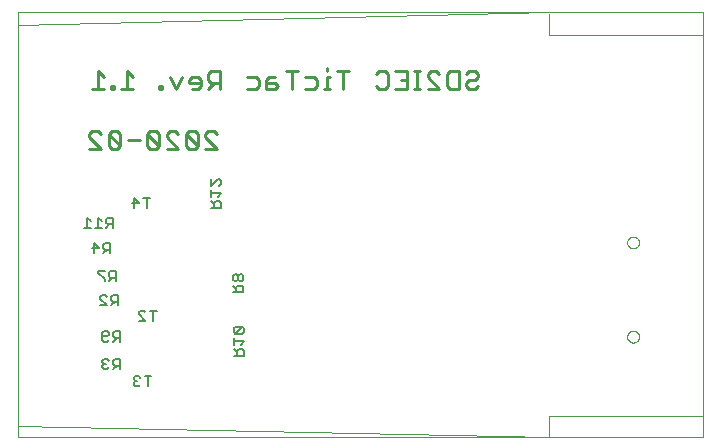
<source format=gbo>
G75*
%MOIN*%
%OFA0B0*%
%FSLAX25Y25*%
%IPPOS*%
%LPD*%
%AMOC8*
5,1,8,0,0,1.08239X$1,22.5*
%
%ADD10C,0.00000*%
%ADD11C,0.00400*%
%ADD12C,0.01100*%
%ADD13C,0.00600*%
D10*
X0001200Y0026800D02*
X0001200Y0168532D01*
X0229546Y0168532D01*
X0229546Y0026800D01*
X0001200Y0026800D01*
X0204349Y0060147D02*
X0204351Y0060235D01*
X0204357Y0060323D01*
X0204367Y0060411D01*
X0204381Y0060499D01*
X0204398Y0060585D01*
X0204420Y0060671D01*
X0204445Y0060755D01*
X0204475Y0060839D01*
X0204507Y0060921D01*
X0204544Y0061001D01*
X0204584Y0061080D01*
X0204628Y0061157D01*
X0204675Y0061232D01*
X0204725Y0061304D01*
X0204779Y0061375D01*
X0204835Y0061442D01*
X0204895Y0061508D01*
X0204957Y0061570D01*
X0205023Y0061630D01*
X0205090Y0061686D01*
X0205161Y0061740D01*
X0205233Y0061790D01*
X0205308Y0061837D01*
X0205385Y0061881D01*
X0205464Y0061921D01*
X0205544Y0061958D01*
X0205626Y0061990D01*
X0205710Y0062020D01*
X0205794Y0062045D01*
X0205880Y0062067D01*
X0205966Y0062084D01*
X0206054Y0062098D01*
X0206142Y0062108D01*
X0206230Y0062114D01*
X0206318Y0062116D01*
X0206406Y0062114D01*
X0206494Y0062108D01*
X0206582Y0062098D01*
X0206670Y0062084D01*
X0206756Y0062067D01*
X0206842Y0062045D01*
X0206926Y0062020D01*
X0207010Y0061990D01*
X0207092Y0061958D01*
X0207172Y0061921D01*
X0207251Y0061881D01*
X0207328Y0061837D01*
X0207403Y0061790D01*
X0207475Y0061740D01*
X0207546Y0061686D01*
X0207613Y0061630D01*
X0207679Y0061570D01*
X0207741Y0061508D01*
X0207801Y0061442D01*
X0207857Y0061375D01*
X0207911Y0061304D01*
X0207961Y0061232D01*
X0208008Y0061157D01*
X0208052Y0061080D01*
X0208092Y0061001D01*
X0208129Y0060921D01*
X0208161Y0060839D01*
X0208191Y0060755D01*
X0208216Y0060671D01*
X0208238Y0060585D01*
X0208255Y0060499D01*
X0208269Y0060411D01*
X0208279Y0060323D01*
X0208285Y0060235D01*
X0208287Y0060147D01*
X0208285Y0060059D01*
X0208279Y0059971D01*
X0208269Y0059883D01*
X0208255Y0059795D01*
X0208238Y0059709D01*
X0208216Y0059623D01*
X0208191Y0059539D01*
X0208161Y0059455D01*
X0208129Y0059373D01*
X0208092Y0059293D01*
X0208052Y0059214D01*
X0208008Y0059137D01*
X0207961Y0059062D01*
X0207911Y0058990D01*
X0207857Y0058919D01*
X0207801Y0058852D01*
X0207741Y0058786D01*
X0207679Y0058724D01*
X0207613Y0058664D01*
X0207546Y0058608D01*
X0207475Y0058554D01*
X0207403Y0058504D01*
X0207328Y0058457D01*
X0207251Y0058413D01*
X0207172Y0058373D01*
X0207092Y0058336D01*
X0207010Y0058304D01*
X0206926Y0058274D01*
X0206842Y0058249D01*
X0206756Y0058227D01*
X0206670Y0058210D01*
X0206582Y0058196D01*
X0206494Y0058186D01*
X0206406Y0058180D01*
X0206318Y0058178D01*
X0206230Y0058180D01*
X0206142Y0058186D01*
X0206054Y0058196D01*
X0205966Y0058210D01*
X0205880Y0058227D01*
X0205794Y0058249D01*
X0205710Y0058274D01*
X0205626Y0058304D01*
X0205544Y0058336D01*
X0205464Y0058373D01*
X0205385Y0058413D01*
X0205308Y0058457D01*
X0205233Y0058504D01*
X0205161Y0058554D01*
X0205090Y0058608D01*
X0205023Y0058664D01*
X0204957Y0058724D01*
X0204895Y0058786D01*
X0204835Y0058852D01*
X0204779Y0058919D01*
X0204725Y0058990D01*
X0204675Y0059062D01*
X0204628Y0059137D01*
X0204584Y0059214D01*
X0204544Y0059293D01*
X0204507Y0059373D01*
X0204475Y0059455D01*
X0204445Y0059539D01*
X0204420Y0059623D01*
X0204398Y0059709D01*
X0204381Y0059795D01*
X0204367Y0059883D01*
X0204357Y0059971D01*
X0204351Y0060059D01*
X0204349Y0060147D01*
X0204349Y0091564D02*
X0204351Y0091652D01*
X0204357Y0091740D01*
X0204367Y0091828D01*
X0204381Y0091916D01*
X0204398Y0092002D01*
X0204420Y0092088D01*
X0204445Y0092172D01*
X0204475Y0092256D01*
X0204507Y0092338D01*
X0204544Y0092418D01*
X0204584Y0092497D01*
X0204628Y0092574D01*
X0204675Y0092649D01*
X0204725Y0092721D01*
X0204779Y0092792D01*
X0204835Y0092859D01*
X0204895Y0092925D01*
X0204957Y0092987D01*
X0205023Y0093047D01*
X0205090Y0093103D01*
X0205161Y0093157D01*
X0205233Y0093207D01*
X0205308Y0093254D01*
X0205385Y0093298D01*
X0205464Y0093338D01*
X0205544Y0093375D01*
X0205626Y0093407D01*
X0205710Y0093437D01*
X0205794Y0093462D01*
X0205880Y0093484D01*
X0205966Y0093501D01*
X0206054Y0093515D01*
X0206142Y0093525D01*
X0206230Y0093531D01*
X0206318Y0093533D01*
X0206406Y0093531D01*
X0206494Y0093525D01*
X0206582Y0093515D01*
X0206670Y0093501D01*
X0206756Y0093484D01*
X0206842Y0093462D01*
X0206926Y0093437D01*
X0207010Y0093407D01*
X0207092Y0093375D01*
X0207172Y0093338D01*
X0207251Y0093298D01*
X0207328Y0093254D01*
X0207403Y0093207D01*
X0207475Y0093157D01*
X0207546Y0093103D01*
X0207613Y0093047D01*
X0207679Y0092987D01*
X0207741Y0092925D01*
X0207801Y0092859D01*
X0207857Y0092792D01*
X0207911Y0092721D01*
X0207961Y0092649D01*
X0208008Y0092574D01*
X0208052Y0092497D01*
X0208092Y0092418D01*
X0208129Y0092338D01*
X0208161Y0092256D01*
X0208191Y0092172D01*
X0208216Y0092088D01*
X0208238Y0092002D01*
X0208255Y0091916D01*
X0208269Y0091828D01*
X0208279Y0091740D01*
X0208285Y0091652D01*
X0208287Y0091564D01*
X0208285Y0091476D01*
X0208279Y0091388D01*
X0208269Y0091300D01*
X0208255Y0091212D01*
X0208238Y0091126D01*
X0208216Y0091040D01*
X0208191Y0090956D01*
X0208161Y0090872D01*
X0208129Y0090790D01*
X0208092Y0090710D01*
X0208052Y0090631D01*
X0208008Y0090554D01*
X0207961Y0090479D01*
X0207911Y0090407D01*
X0207857Y0090336D01*
X0207801Y0090269D01*
X0207741Y0090203D01*
X0207679Y0090141D01*
X0207613Y0090081D01*
X0207546Y0090025D01*
X0207475Y0089971D01*
X0207403Y0089921D01*
X0207328Y0089874D01*
X0207251Y0089830D01*
X0207172Y0089790D01*
X0207092Y0089753D01*
X0207010Y0089721D01*
X0206926Y0089691D01*
X0206842Y0089666D01*
X0206756Y0089644D01*
X0206670Y0089627D01*
X0206582Y0089613D01*
X0206494Y0089603D01*
X0206406Y0089597D01*
X0206318Y0089595D01*
X0206230Y0089597D01*
X0206142Y0089603D01*
X0206054Y0089613D01*
X0205966Y0089627D01*
X0205880Y0089644D01*
X0205794Y0089666D01*
X0205710Y0089691D01*
X0205626Y0089721D01*
X0205544Y0089753D01*
X0205464Y0089790D01*
X0205385Y0089830D01*
X0205308Y0089874D01*
X0205233Y0089921D01*
X0205161Y0089971D01*
X0205090Y0090025D01*
X0205023Y0090081D01*
X0204957Y0090141D01*
X0204895Y0090203D01*
X0204835Y0090269D01*
X0204779Y0090336D01*
X0204725Y0090407D01*
X0204675Y0090479D01*
X0204628Y0090554D01*
X0204584Y0090631D01*
X0204544Y0090710D01*
X0204507Y0090790D01*
X0204475Y0090872D01*
X0204445Y0090956D01*
X0204420Y0091040D01*
X0204398Y0091126D01*
X0204381Y0091212D01*
X0204367Y0091300D01*
X0204357Y0091388D01*
X0204351Y0091476D01*
X0204349Y0091564D01*
D11*
X0229546Y0033690D02*
X0178365Y0033690D01*
X0178365Y0026800D01*
X0001200Y0030343D01*
X0001200Y0030300D02*
X0001200Y0164300D01*
X0001200Y0164202D02*
X0178365Y0168532D01*
X0178365Y0167745D02*
X0178365Y0160658D01*
X0229546Y0160658D01*
X0229546Y0033690D01*
D12*
X0153666Y0142850D02*
X0154650Y0143834D01*
X0153666Y0142850D02*
X0151697Y0142850D01*
X0150713Y0143834D01*
X0150713Y0144818D01*
X0151697Y0145803D01*
X0153666Y0145803D01*
X0154650Y0146787D01*
X0154650Y0147771D01*
X0153666Y0148755D01*
X0151697Y0148755D01*
X0150713Y0147771D01*
X0148205Y0148755D02*
X0145252Y0148755D01*
X0144268Y0147771D01*
X0144268Y0143834D01*
X0145252Y0142850D01*
X0148205Y0142850D01*
X0148205Y0148755D01*
X0141759Y0147771D02*
X0140775Y0148755D01*
X0138806Y0148755D01*
X0137822Y0147771D01*
X0137822Y0146787D01*
X0141759Y0142850D01*
X0137822Y0142850D01*
X0135314Y0142850D02*
X0133345Y0142850D01*
X0134329Y0142850D02*
X0134329Y0148755D01*
X0133345Y0148755D02*
X0135314Y0148755D01*
X0131017Y0148755D02*
X0131017Y0142850D01*
X0127080Y0142850D01*
X0124571Y0143834D02*
X0123587Y0142850D01*
X0121618Y0142850D01*
X0120634Y0143834D01*
X0124571Y0143834D02*
X0124571Y0147771D01*
X0123587Y0148755D01*
X0121618Y0148755D01*
X0120634Y0147771D01*
X0127080Y0148755D02*
X0131017Y0148755D01*
X0131017Y0145803D02*
X0129048Y0145803D01*
X0111680Y0148755D02*
X0107743Y0148755D01*
X0109712Y0148755D02*
X0109712Y0142850D01*
X0105235Y0142850D02*
X0103266Y0142850D01*
X0104250Y0142850D02*
X0104250Y0146787D01*
X0105235Y0146787D01*
X0104250Y0148755D02*
X0104250Y0149739D01*
X0100938Y0145803D02*
X0099953Y0146787D01*
X0097001Y0146787D01*
X0094492Y0148755D02*
X0090555Y0148755D01*
X0092524Y0148755D02*
X0092524Y0142850D01*
X0088047Y0143834D02*
X0087062Y0144818D01*
X0084110Y0144818D01*
X0084110Y0145803D02*
X0084110Y0142850D01*
X0087062Y0142850D01*
X0088047Y0143834D01*
X0087062Y0146787D02*
X0085094Y0146787D01*
X0084110Y0145803D01*
X0081601Y0145803D02*
X0081601Y0143834D01*
X0080617Y0142850D01*
X0077664Y0142850D01*
X0077664Y0146787D02*
X0080617Y0146787D01*
X0081601Y0145803D01*
X0068710Y0144818D02*
X0065758Y0144818D01*
X0064773Y0145803D01*
X0064773Y0147771D01*
X0065758Y0148755D01*
X0068710Y0148755D01*
X0068710Y0142850D01*
X0066742Y0144818D02*
X0064773Y0142850D01*
X0062265Y0143834D02*
X0062265Y0145803D01*
X0061280Y0146787D01*
X0059312Y0146787D01*
X0058328Y0145803D01*
X0058328Y0144818D01*
X0062265Y0144818D01*
X0062265Y0143834D02*
X0061280Y0142850D01*
X0059312Y0142850D01*
X0055819Y0146787D02*
X0053851Y0142850D01*
X0051882Y0146787D01*
X0049374Y0143834D02*
X0048389Y0143834D01*
X0048389Y0142850D01*
X0049374Y0142850D01*
X0049374Y0143834D01*
X0039705Y0142850D02*
X0035769Y0142850D01*
X0037737Y0142850D02*
X0037737Y0148755D01*
X0039705Y0146787D01*
X0033260Y0143834D02*
X0032276Y0143834D01*
X0032276Y0142850D01*
X0033260Y0142850D01*
X0033260Y0143834D01*
X0030037Y0142850D02*
X0026100Y0142850D01*
X0028069Y0142850D02*
X0028069Y0148755D01*
X0030037Y0146787D01*
X0027993Y0128755D02*
X0026024Y0128755D01*
X0025040Y0127771D01*
X0025040Y0126787D01*
X0028977Y0122850D01*
X0025040Y0122850D01*
X0031486Y0123834D02*
X0032470Y0122850D01*
X0034438Y0122850D01*
X0035423Y0123834D01*
X0031486Y0127771D01*
X0031486Y0123834D01*
X0035423Y0123834D02*
X0035423Y0127771D01*
X0034438Y0128755D01*
X0032470Y0128755D01*
X0031486Y0127771D01*
X0028977Y0127771D02*
X0027993Y0128755D01*
X0037931Y0125803D02*
X0041868Y0125803D01*
X0044377Y0127771D02*
X0048314Y0123834D01*
X0047329Y0122850D01*
X0045361Y0122850D01*
X0044377Y0123834D01*
X0044377Y0127771D01*
X0045361Y0128755D01*
X0047329Y0128755D01*
X0048314Y0127771D01*
X0048314Y0123834D01*
X0050822Y0122850D02*
X0054759Y0122850D01*
X0050822Y0126787D01*
X0050822Y0127771D01*
X0051806Y0128755D01*
X0053775Y0128755D01*
X0054759Y0127771D01*
X0057268Y0127771D02*
X0061205Y0123834D01*
X0060220Y0122850D01*
X0058252Y0122850D01*
X0057268Y0123834D01*
X0057268Y0127771D01*
X0058252Y0128755D01*
X0060220Y0128755D01*
X0061205Y0127771D01*
X0061205Y0123834D01*
X0063713Y0122850D02*
X0067650Y0122850D01*
X0063713Y0126787D01*
X0063713Y0127771D01*
X0064697Y0128755D01*
X0066666Y0128755D01*
X0067650Y0127771D01*
X0097001Y0142850D02*
X0099953Y0142850D01*
X0100938Y0143834D01*
X0100938Y0145803D01*
D13*
X0068407Y0112719D02*
X0067839Y0112719D01*
X0065571Y0110451D01*
X0065571Y0112719D01*
X0068407Y0112719D02*
X0068974Y0112152D01*
X0068974Y0111018D01*
X0068407Y0110451D01*
X0068974Y0107902D02*
X0065571Y0107902D01*
X0065571Y0109036D02*
X0065571Y0106767D01*
X0065571Y0105353D02*
X0066705Y0104219D01*
X0066705Y0104786D02*
X0066705Y0103084D01*
X0065571Y0103084D02*
X0068974Y0103084D01*
X0068974Y0104786D01*
X0068407Y0105353D01*
X0067272Y0105353D01*
X0066705Y0104786D01*
X0067839Y0106767D02*
X0068974Y0107902D01*
X0045274Y0106346D02*
X0043006Y0106346D01*
X0044140Y0106346D02*
X0044140Y0102943D01*
X0041591Y0104645D02*
X0039322Y0104645D01*
X0039890Y0106346D02*
X0039890Y0102943D01*
X0041591Y0104645D02*
X0039890Y0106346D01*
X0032863Y0099877D02*
X0031161Y0099877D01*
X0030594Y0099310D01*
X0030594Y0098176D01*
X0031161Y0097608D01*
X0032863Y0097608D01*
X0032863Y0096474D02*
X0032863Y0099877D01*
X0031729Y0097608D02*
X0030594Y0096474D01*
X0029180Y0096474D02*
X0026911Y0096474D01*
X0028045Y0096474D02*
X0028045Y0099877D01*
X0029180Y0098743D01*
X0025497Y0098743D02*
X0024362Y0099877D01*
X0024362Y0096474D01*
X0023228Y0096474D02*
X0025497Y0096474D01*
X0026598Y0091432D02*
X0028300Y0089731D01*
X0026031Y0089731D01*
X0026598Y0088029D02*
X0026598Y0091432D01*
X0029714Y0090865D02*
X0029714Y0089731D01*
X0030281Y0089164D01*
X0031983Y0089164D01*
X0030849Y0089164D02*
X0029714Y0088029D01*
X0031983Y0088029D02*
X0031983Y0091432D01*
X0030281Y0091432D01*
X0029714Y0090865D01*
X0030115Y0082070D02*
X0027846Y0082070D01*
X0027846Y0081503D01*
X0030115Y0079234D01*
X0030115Y0078667D01*
X0031529Y0078667D02*
X0032663Y0079801D01*
X0032096Y0079801D02*
X0033798Y0079801D01*
X0033798Y0078667D02*
X0033798Y0082070D01*
X0032096Y0082070D01*
X0031529Y0081503D01*
X0031529Y0080368D01*
X0032096Y0079801D01*
X0032970Y0074007D02*
X0032403Y0073440D01*
X0032403Y0072305D01*
X0032970Y0071738D01*
X0034672Y0071738D01*
X0034672Y0070604D02*
X0034672Y0074007D01*
X0032970Y0074007D01*
X0030989Y0073440D02*
X0030422Y0074007D01*
X0029287Y0074007D01*
X0028720Y0073440D01*
X0028720Y0072873D01*
X0030989Y0070604D01*
X0028720Y0070604D01*
X0032403Y0070604D02*
X0033538Y0071738D01*
X0041500Y0068279D02*
X0041500Y0067712D01*
X0043768Y0065443D01*
X0041500Y0065443D01*
X0046317Y0065443D02*
X0046317Y0068846D01*
X0047451Y0068846D02*
X0045183Y0068846D01*
X0043768Y0068279D02*
X0043201Y0068846D01*
X0042067Y0068846D01*
X0041500Y0068279D01*
X0035361Y0061936D02*
X0033659Y0061936D01*
X0033092Y0061369D01*
X0033092Y0060235D01*
X0033659Y0059667D01*
X0035361Y0059667D01*
X0035361Y0058533D02*
X0035361Y0061936D01*
X0034226Y0059667D02*
X0033092Y0058533D01*
X0031678Y0059100D02*
X0031110Y0058533D01*
X0029976Y0058533D01*
X0029409Y0059100D01*
X0029409Y0061369D01*
X0029976Y0061936D01*
X0031110Y0061936D01*
X0031678Y0061369D01*
X0031678Y0060802D01*
X0031110Y0060235D01*
X0029409Y0060235D01*
X0029972Y0052747D02*
X0029405Y0052180D01*
X0029405Y0051613D01*
X0029972Y0051046D01*
X0029405Y0050478D01*
X0029405Y0049911D01*
X0029972Y0049344D01*
X0031107Y0049344D01*
X0031674Y0049911D01*
X0033088Y0049344D02*
X0034223Y0050478D01*
X0033655Y0050478D02*
X0035357Y0050478D01*
X0035357Y0049344D02*
X0035357Y0052747D01*
X0033655Y0052747D01*
X0033088Y0052180D01*
X0033088Y0051046D01*
X0033655Y0050478D01*
X0031674Y0052180D02*
X0031107Y0052747D01*
X0029972Y0052747D01*
X0029972Y0051046D02*
X0030539Y0051046D01*
X0039818Y0046468D02*
X0039818Y0045901D01*
X0040386Y0045334D01*
X0039818Y0044767D01*
X0039818Y0044200D01*
X0040386Y0043632D01*
X0041520Y0043632D01*
X0042087Y0044200D01*
X0040953Y0045334D02*
X0040386Y0045334D01*
X0039818Y0046468D02*
X0040386Y0047035D01*
X0041520Y0047035D01*
X0042087Y0046468D01*
X0043502Y0047035D02*
X0045770Y0047035D01*
X0044636Y0047035D02*
X0044636Y0043632D01*
X0073185Y0053821D02*
X0076588Y0053821D01*
X0076588Y0055522D01*
X0076021Y0056089D01*
X0074886Y0056089D01*
X0074319Y0055522D01*
X0074319Y0053821D01*
X0074319Y0054955D02*
X0073185Y0056089D01*
X0073185Y0057504D02*
X0073185Y0059772D01*
X0073185Y0058638D02*
X0076588Y0058638D01*
X0075454Y0057504D01*
X0076021Y0061187D02*
X0073752Y0061187D01*
X0076021Y0063455D01*
X0073752Y0063455D01*
X0073185Y0062888D01*
X0073185Y0061754D01*
X0073752Y0061187D01*
X0076021Y0061187D02*
X0076588Y0061754D01*
X0076588Y0062888D01*
X0076021Y0063455D01*
X0076352Y0074935D02*
X0072949Y0074935D01*
X0074083Y0074935D02*
X0074083Y0076636D01*
X0074650Y0077203D01*
X0075785Y0077203D01*
X0076352Y0076636D01*
X0076352Y0074935D01*
X0074083Y0076069D02*
X0072949Y0077203D01*
X0073516Y0078618D02*
X0072949Y0079185D01*
X0072949Y0080319D01*
X0073516Y0080886D01*
X0074083Y0080886D01*
X0074650Y0080319D01*
X0074650Y0079185D01*
X0075217Y0078618D01*
X0075785Y0078618D01*
X0076352Y0079185D01*
X0076352Y0080319D01*
X0075785Y0080886D01*
X0075217Y0080886D01*
X0074650Y0080319D01*
X0074650Y0079185D02*
X0074083Y0078618D01*
X0073516Y0078618D01*
M02*

</source>
